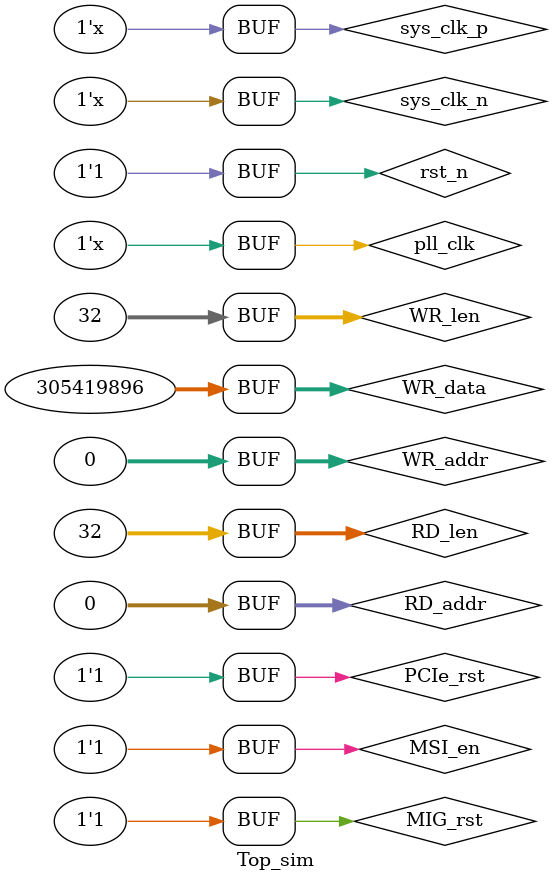
<source format=v>
`timescale 1ns / 1ps


module Top_sim;
    /*-----------------Clock Generator---------------*/
    reg sys_clk_p = 1;
    wire sys_clk_n;
    reg rst_n = 1;
    reg pll_clk = 1;
    wire sysclk_100;
    wire sysclk;
    wire clk_lock;

    assign sys_clk_n = ~sys_clk_p;

    initial
    begin
        #5  rst_n <= 0;
        #15 rst_n <= 1;
    end

    always
        #10  sys_clk_p <= ~sys_clk_p;

    always
        #5  pll_clk <= ~pll_clk;

    // TTE_Top interface
    reg     [14:0]      DDR3_addr   ;
    reg     [2:0]       DDR3_ba     ;
    reg                 DDR3_cas_n  ;
    reg     [0:0]       DDR3_ck_n   ;
    reg     [0:0]       DDR3_ck_p   ;
    reg     [0:0]       DDR3_cke    ;
    reg     [0:0]       DDR3_cs_n   ;
    reg     [3:0]       DDR3_dm     ;
    reg     [31:0]      DDR3_dq     ;
    reg     [3:0]       DDR3_dqs_n  ;
    reg     [3:0]       DDR3_dqs_p  ;
    reg     [31:0]      DDR3_odt    ;
    reg                 DDR3_ras_n  ;
    reg                 DDR3_reset_n;
    reg                 DDR3_we_n   ;
    reg                 DDR_Init    ;

    reg     [0:0]       pcie_rxn    ;
    reg     [0:0]       pcie_rxp    ;
    reg     [0:0]       pcie_txn    ;
    reg     [0:0]       pcie_txp    ;

    wire                WR_start    ;
    reg     [31:0]      WR_addr     = 32'h0;
    reg     [31:0]      WR_len      = 32'd32;
    reg     [31:0]      WR_data     = 32'h12345678;
    wire                WR_done     ;

    wire                RD_start    ;
    reg     [31:0]      RD_addr     = 32'h0;
    reg     [31:0]      RD_len      = 32'd32;
    reg     [31:0]      RD_data     ;
    wire                RD_done     ;

    wire                MIG_rst     ;

    wire                PCIe_rst    ;

    wire                MSI_en      ;

    wire                User_Lnk_up ;

    assign  MIG_rst     = rst_n;
    assign  PCIe_rst    = rst_n;
    assign  MSI_en      = 1'b1;

    TTE_Top top
    (
        .Crystal_p      (sys_clk_p      ),
        .Crystal_n      (sys_clk_n      ),
        .PLL_Clk_in     (pll_clk        ),
        .Sys_rst        (rst_n          ),

        .DDR3_addr      (DDR3_addr      ),
        .DDR3_ba        (DDR3_ba        ),
        .DDR3_cas_n     (DDR3_cas_n     ),
        .DDR3_ck_n      (DDR3_ck_n      ),
        .DDR3_ck_p      (DDR3_ck_p      ),
        .DDR3_cke       (DDR3_cke       ),
        .DDR3_cs_n      (DDR3_cs_n      ),
        .DDR3_dm        (DDR3_dm        ),
        .DDR3_dq        (DDR3_dq        ),
        .DDR3_dqs_n     (DDR3_dqs_n     ),
        .DDR3_dqs_p     (DDR3_dqs_p     ),
        .DDR3_odt       (DDR3_odt       ),
        .DDR3_ras_n     (DDR3_ras_n     ),
        .DDR3_reset_n   (DDR3_reset_n   ),
        .DDR3_we_n      (DDR3_we_n      ),
        .DDR_Init       (DDR_Init       ),
    // PCIe
        .pcie_rxn       (pcie_rxn       ),
        .pcie_rxp       (pcie_rxp       ),
        .pcie_txn       (pcie_txn       ),
        .pcie_txp       (pcie_txp       ),
    // 数据接口
        .WR_start       (WR_start       ),
        .WR_addr        (WR_addr        ),
        .WR_len         (WR_len         ),
        .WR_data        (WR_data        ),
        .WR_done        (WR_done        ),

        .RD_start       (RD_start       ),
        .RD_addr        (RD_addr        ),
        .RD_len         (RD_len         ), 
        .RD_data        (RD_data        ),
        .RD_done        (RD_done        ),
    // 复位
        .MIG_rst        (MIG_rst        ),
        .PCIe_rst       (PCIe_rst       ),
    // MSI使能
        .MSI_en         (MSI_en         ),
    // User_Link
        .User_Lnk_up    (User_Lnk_up    )
    );


endmodule

</source>
